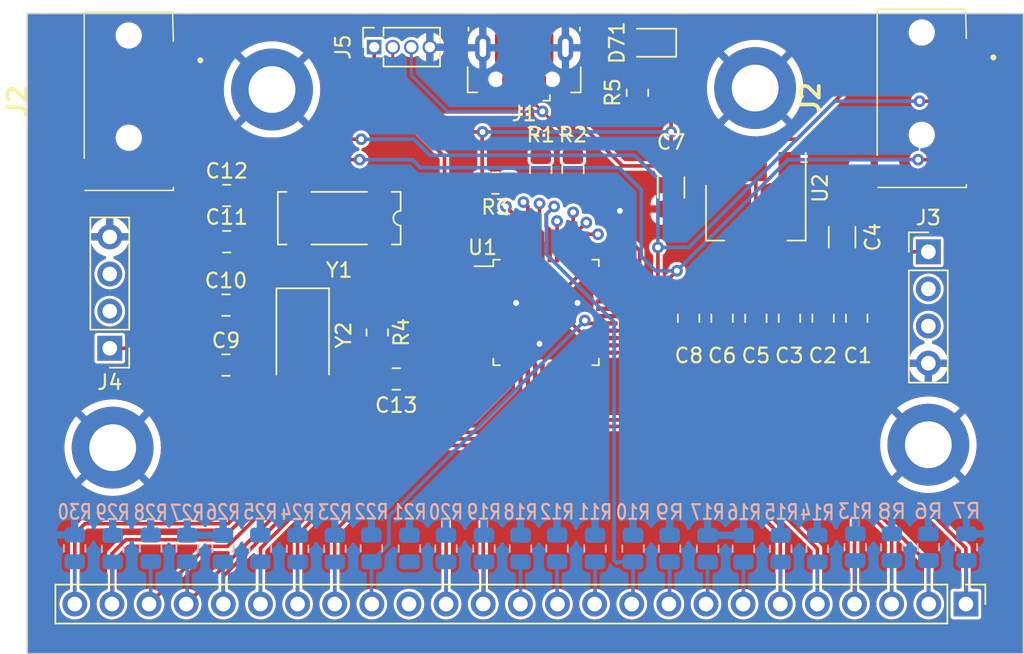
<source format=kicad_pcb>
(kicad_pcb (version 20221018) (generator pcbnew)
  (layers (0 "F.Cu" signal) (31 "B.Cu" signal) (34 "B.Paste" user) (35 "F.Paste" user) (36 "B.SilkS" user "B.Silkscreen") (37 "F.SilkS" user "F.Silkscreen") (38 "B.Mask" user) (39 "F.Mask" user) (44 "Edge.Cuts" user))
  (net 0 "")
  (net 1 "+3.3V")
  (net 2 "GND")
  (net 3 "VBUS")
  (net 4 "OSC_OUT")
  (net 5 "OSC_IN")
  (net 6 "OSC32_OUT")
  (net 7 "OSC32_IN")
  (net 8 "NRST")
  (net 9 "PB15")
  (net 10 "PB14")
  (net 11 "PB13")
  (net 12 "PB12")
  (net 13 "PB11")
  (net 14 "PB10")
  (net 15 "PB9")
  (net 16 "Net-(D71-A)")
  (net 17 "D-")
  (net 18 "D+")
  (net 20 "TX")
  (net 21 "RX")
  (net 22 "BOOT0")
  (net 23 "BOOT1")
  (net 24 "SWIO")
  (net 25 "SWCLK")
  (net 26 "K-DP")
  (net 27 "K-DM")
  (net 28 "PB8")
  (net 29 "PB7")
  (net 30 "PB6")
  (net 31 "PB5")
  (net 32 "PB4")
  (net 33 "PB3")
  (net 34 "PB1")
  (net 35 "PB0")
  (net 36 "PA15")
  (net 37 "PA8")
  (net 38 "PA7")
  (net 39 "PA6")
  (net 41 "PA5")
  (net 42 "PA4")
  (net 43 "PA3")
  (net 44 "PA2")
  (net 45 "PA1")
  (net 46 "PA0")
  (footprint "common:USB_Micro-B_A01SB141B1-245" (layer "F.Cu") (at 265.05 129.85 180)
    (fp_text reference "J1")
    (fp_text value "USB_B_Mini" hide)
  )
  (footprint "Capacitor_SMD:C_1206_3216Metric" (layer "F.Cu") (at 275.1 138.2 -90)
    (fp_text reference "C7")
    (fp_text value "10uF" hide)
  )
  (footprint "common:PJ320D" (layer "F.Cu") (at 292.25 132.1 -90)
    (fp_text reference "J2")
    (fp_text value "UART" hide)
  )
  (footprint "Capacitor_SMD:C_0805_2012Metric" (layer "F.Cu") (at 285.5 147.15 -90)
    (fp_text reference "C2")
    (fp_text value "100nF" hide)
  )
  (footprint "Capacitor_SMD:C_0805_2012Metric" (layer "F.Cu") (at 244.7 141.91)
    (fp_text reference "C11")
    (fp_text value "22pF" hide)
  )
  (footprint "Resistor_SMD:R_0805_2012Metric" (layer "F.Cu") (at 266.1875 137 -90)
    (fp_text reference "R1")
    (fp_text value "20R" hide)
  )
  (footprint "Resistor_SMD:R_0805_2012Metric" (layer "F.Cu") (at 272.8 131.7125 -90)
    (fp_text reference "R5")
    (fp_text value "1K" hide)
  )
  (footprint "MountingHole:MountingHole_3.2mm_M3_DIN965_Pad" (layer "F.Cu") (at 247.8 131.5)
    (fp_text reference "H1" hide)
    (fp_text value "MountingHole" hide)
  )
  (footprint "Capacitor_SMD:C_0805_2012Metric" (layer "F.Cu") (at 278.59 147.15 -90)
    (fp_text reference "C6")
    (fp_text value "10nF" hide)
  )
  (footprint "Resistor_SMD:R_0805_2012Metric" (layer "F.Cu") (at 268.3875 137 -90)
    (fp_text reference "R2")
    (fp_text value "20R" hide)
  )
  (footprint "Connector_PinHeader_2.54mm:PinHeader_1x04_P2.54mm_Vertical" (layer "F.Cu") (at 236.7 149.2 180)
    (fp_text reference "J4")
    (fp_text value "Conn_01x04" hide)
  )
  (footprint "MountingHole:MountingHole_3.2mm_M3_DIN965_Pad" (layer "F.Cu") (at 280.85 131.4)
    (fp_text reference "H2" hide)
    (fp_text value "MountingHole" hide)
  )
  (footprint "Package_TO_SOT_SMD:SOT-223-3_TabPin2" (layer "F.Cu") (at 280.9 139.925 -90)
    (fp_text reference "U2")
    (fp_text value "LD1117S33TR_SOT223" hide)
  )
  (footprint "Capacitor_SMD:C_0805_2012Metric" (layer "F.Cu") (at 283.2 147.15 -90)
    (fp_text reference "C3")
    (fp_text value "100nF" hide)
  )
  (footprint "Resistor_SMD:R_0805_2012Metric" (layer "F.Cu") (at 263.0875 137.9 180)
    (fp_text reference "R3")
    (fp_text value "4.7K" hide)
  )
  (footprint "Crystal:Crystal_SMD_SeikoEpson_MC306-4Pin_8.0x3.2mm" (layer "F.Cu") (at 252.4 140.3 180)
    (fp_text reference "Y1")
    (fp_text value "Crystal_GND23_Small" hide)
  )
  (footprint "Connector_PinSocket_1.27mm:PinSocket_1x04_P1.27mm_Vertical" (layer "F.Cu") (at 254.79 128.6 90)
    (fp_text reference "J5")
    (fp_text value "Conn_01x04_Pin" hide)
  )
  (footprint "common:PJ320D" (layer "F.Cu") (at 238 132.3 -90)
    (fp_text reference "J2")
    (fp_text value "UART" hide)
  )
  (footprint "Capacitor_SMD:C_0805_2012Metric" (layer "F.Cu") (at 244.65 150.35)
    (fp_text reference "C9")
    (fp_text value "22pF" hide)
  )
  (footprint "Capacitor_SMD:C_0805_2012Metric" (layer "F.Cu") (at 276.3 147.15 -90)
    (fp_text reference "C8")
    (fp_text value "1uF" hide)
  )
  (footprint "Capacitor_SMD:C_0805_2012Metric" (layer "F.Cu") (at 287.8 147.15 -90)
    (fp_text reference "C1")
    (fp_text value "100nF" hide)
  )
  (footprint "Capacitor_SMD:C_0805_2012Metric" (layer "F.Cu") (at 244.65 146.25)
    (fp_text reference "C10")
    (fp_text value "22pF" hide)
  )
  (footprint "MountingHole:MountingHole_3.2mm_M3_DIN965_Pad" (layer "F.Cu") (at 292.7 155.8)
    (fp_text reference "H4" hide)
    (fp_text value "MountingHole" hide)
  )
  (footprint "Capacitor_SMD:C_0805_2012Metric" (layer "F.Cu") (at 256.3 151.3)
    (fp_text reference "C13")
    (fp_text value "100nF" hide)
  )
  (footprint "Capacitor_SMD:C_0805_2012Metric" (layer "F.Cu") (at 280.9 147.15 -90)
    (fp_text reference "C5")
    (fp_text value "4.7uF" hide)
  )
  (footprint "Connector_PinHeader_2.54mm:PinHeader_1x25_P2.54mm_Vertical" (layer "F.Cu") (at 295.27 166.7 -90)
    (fp_text reference "J6" hide)
    (fp_text value "Conn_01x25_Pin" hide)
  )
  (footprint "MountingHole:MountingHole_3.2mm_M3_DIN965_Pad" (layer "F.Cu") (at 236.9 156)
    (fp_text reference "H3" hide)
    (fp_text value "MountingHole" hide)
  )
  (footprint "Capacitor_SMD:C_0805_2012Metric" (layer "F.Cu") (at 244.7 138.75)
    (fp_text reference "C12")
    (fp_text value "22pF" hide)
  )
  (footprint "Resistor_SMD:R_0805_2012Metric" (layer "F.Cu") (at 255 148.1125 -90)
    (fp_text reference "R4")
    (fp_text value "R_Small_US" hide)
  )
  (footprint "Connector_PinHeader_2.54mm:PinHeader_1x04_P2.54mm_Vertical" (layer "F.Cu") (at 292.7 142.6)
    (fp_text reference "J3")
    (fp_text value "Conn_01x04" hide)
  )
  (footprint "LED_SMD:LED_0805_2012Metric" (layer "F.Cu") (at 273.7625 128.3 180)
    (fp_text reference "D71")
    (fp_text value "LED" hide)
  )
  (footprint "Crystal:Crystal_SMD_Abracon_ABM3-2Pin_5.0x3.2mm" (layer "F.Cu") (at 249.9 148.3 -90)
    (fp_text reference "Y2")
    (fp_text value "Crystal_Small" hide)
  )
  (footprint "Package_QFP:LQFP-48_7x7mm_P0.5mm" (layer "F.Cu") (at 266.55 146.75)
    (fp_text reference "U1")
    (fp_text value "STM32F103C6T6A" hide)
  )
  (footprint "Capacitor_SMD:C_1206_3216Metric" (layer "F.Cu") (at 286.8 141.6 90)
    (fp_text reference "C4")
    (fp_text value "22uF" hide)
  )
  (footprint "Resistor_SMD:R_0805_2012Metric" (layer "B.Cu") (at 236.9 162.9125 90)
    (fp_text reference "R29")
    (fp_text value "1K" hide)
  )
  (footprint "Resistor_SMD:R_0805_2012Metric" (layer "B.Cu") (at 272.5 162.9 90)
    (fp_text reference "R10")
    (fp_text value "1K" hide)
  )
  (footprint "Resistor_SMD:R_0805_2012Metric" (layer "B.Cu") (at 242 162.9 90)
    (fp_text reference "R27")
    (fp_text value "1K" hide)
  )
  (footprint "Resistor_SMD:R_0805_2012Metric" (layer "B.Cu") (at 234.3 162.8875 90)
    (fp_text reference "R30")
    (fp_text value "1K" hide)
  )
  (footprint "Resistor_SMD:R_0805_2012Metric" (layer "B.Cu") (at 287.7 162.8125 90)
    (fp_text reference "R13")
    (fp_text value "1K" hide)
  )
  (footprint "Resistor_SMD:R_0805_2012Metric" (layer "B.Cu") (at 290.2 162.8125 90)
    (fp_text reference "R8")
    (fp_text value "1K" hide)
  )
  (footprint "Resistor_SMD:R_0805_2012Metric" (layer "B.Cu") (at 282.6 162.9125 90)
    (fp_text reference "R15")
    (fp_text value "1K" hide)
  )
  (footprint "Resistor_SMD:R_0805_2012Metric" (layer "B.Cu") (at 292.7 162.8125 90)
    (fp_text reference "R6")
    (fp_text value "1K" hide)
  )
  (footprint "Resistor_SMD:R_0805_2012Metric" (layer "B.Cu") (at 285.1 162.9125 90)
    (fp_text reference "R14")
    (fp_text value "1K" hide)
  )
  (footprint "Resistor_SMD:R_0805_2012Metric" (layer "B.Cu") (at 267.3 162.8875 90)
    (fp_text reference "R12")
    (fp_text value "1K" hide)
  )
  (footprint "Resistor_SMD:R_0805_2012Metric" (layer "B.Cu") (at 295.3 162.8125 90)
    (fp_text reference "R7")
    (fp_text value "1K" hide)
  )
  (footprint "Resistor_SMD:R_0805_2012Metric" (layer "B.Cu") (at 275 162.9 90)
    (fp_text reference "R9")
    (fp_text value "1K" hide)
  )
  (footprint "Resistor_SMD:R_0805_2012Metric" (layer "B.Cu") (at 269.9 162.9 90)
    (fp_text reference "R11")
    (fp_text value "1K" hide)
  )
  (footprint "Resistor_SMD:R_0805_2012Metric" (layer "B.Cu") (at 254.6 162.8875 90)
    (fp_text reference "R22")
    (fp_text value "1K" hide)
  )
  (footprint "Resistor_SMD:R_0805_2012Metric" (layer "B.Cu") (at 244.45 162.9125 90)
    (fp_text reference "R26")
    (fp_text value "1K" hide)
  )
  (footprint "Resistor_SMD:R_0805_2012Metric" (layer "B.Cu") (at 252.1 162.9125 90)
    (fp_text reference "R23")
    (fp_text value "1K" hide)
  )
  (footprint "Resistor_SMD:R_0805_2012Metric" (layer "B.Cu") (at 257.2 162.9 90)
    (fp_text reference "R21")
    (fp_text value "1K" hide)
  )
  (footprint "Resistor_SMD:R_0805_2012Metric" (layer "B.Cu") (at 247 162.9 90)
    (fp_text reference "R25")
    (fp_text value "1K" hide)
  )
  (footprint "Resistor_SMD:R_0805_2012Metric" (layer "B.Cu") (at 280.05 162.9125 90)
    (fp_text reference "R16")
    (fp_text value "1K" hide)
  )
  (footprint "Resistor_SMD:R_0805_2012Metric" (layer "B.Cu") (at 259.7 162.9 90)
    (fp_text reference "R20")
    (fp_text value "1K" hide)
  )
  (footprint "Resistor_SMD:R_0805_2012Metric" (layer "B.Cu") (at 262.3 162.9 90)
    (fp_text reference "R19")
    (fp_text value "1K" hide)
  )
  (footprint "Resistor_SMD:R_0805_2012Metric" (layer "B.Cu") (at 264.8 162.9 90)
    (fp_text reference "R18")
    (fp_text value "1K" hide)
  )
  (footprint "Resistor_SMD:R_0805_2012Metric" (layer "B.Cu") (at 277.6 162.9125 90)
    (fp_text reference "R17")
    (fp_text value "1K" hide)
  )
  (footprint "Resistor_SMD:R_0805_2012Metric" (layer "B.Cu") (at 249.55 162.9125 90)
    (fp_text reference "R24")
    (fp_text value "1K" hide)
  )
  (footprint "Resistor_SMD:R_0805_2012Metric" (layer "B.Cu") (at 239.5 162.8875 90)
    (fp_text reference "R28")
    (fp_text value "1K" hide)
  )
  (gr_rect (start 231.05 126.3) (end 299.2 170.1) (stroke (width 0.1)) (fill none) (layer "Edge.Cuts"))
  (segment (start 267.25 146.45) (end 266.9 146.1) (width 0.25) (layer "F.Cu") (net 1))
  (segment (start 244 129.5) (end 246 127.5) (width 0.25) (layer "F.Cu") (net 1))
  (segment (start 290.1 142.6) (end 289.625 143.075) (width 0.25) (layer "F.Cu") (net 1))
  (segment (start 259.6 136.1) (end 259.6 138.9) (width 0.25) (layer "F.Cu") (net 1))
  (segment (start 280.9 143.075) (end 280.9 146.2) (width 0.25) (layer "F.Cu") (net 1))
  (segment (start 289.625 143.075) (end 286.8 143.075) (width 0.25) (layer "F.Cu") (net 1))
  (segment (start 281.4 134.9) (end 283.7 134.9) (width 0.25) (layer "F.Cu") (net 1))
  (segment (start 262.9 139.7) (end 263.8 140.6) (width 0.25) (layer "F.Cu") (net 1))
  (segment (start 241.8 146.8) (end 241.8 138.9) (width 0.25) (layer "F.Cu") (net 1))
  (segment (start 285.5 146.2) (end 283.2 146.2) (width 0.25) (layer "F.Cu") (net 1))
  (segment (start 262.3875 144) (end 263.8 144) (width 0.25) (layer "F.Cu") (net 1))
  (segment (start 236.7 149.2) (end 239.4 149.2) (width 0.25) (layer "F.Cu") (net 1))
  (segment (start 280.9 136.775) (end 280.9 143.075) (width 0.25) (layer "F.Cu") (net 1))
  (segment (start 263.8 144) (end 264.8 144) (width 0.25) (layer "F.Cu") (net 1))
  (segment (start 280.9 146.2) (end 278.59 146.2) (width 0.25) (layer "F.Cu") (net 1))
  (segment (start 281.1 135.2) (end 281.4 134.9) (width 0.25) (layer "F.Cu") (net 1))
  (segment (start 239.9 138.1) (end 239.2 137.4) (width 0.25) (layer "F.Cu") (net 1))
  (segment (start 262.3875 148) (end 265 148) (width 0.25) (layer "F.Cu") (net 1))
  (segment (start 266.9 146.1) (end 269 144) (width 0.25) (layer "F.Cu") (net 1))
  (segment (start 292.7 142.6) (end 290.1 142.6) (width 0.25) (layer "F.Cu") (net 1))
  (segment (start 265 148) (end 266.9 146.1) (width 0.25) (layer "F.Cu") (net 1))
  (segment (start 260.4 139.7) (end 262.9 139.7) (width 0.25) (layer "F.Cu") (net 1))
  (segment (start 280.9 136.775) (end 280.9 135.4) (width 0.25) (layer "F.Cu") (net 1))
  (segment (start 239.2 137.4) (end 239.2 129.6) (width 0.25) (layer "F.Cu") (net 1))
  (segment (start 264.8 144) (end 267.25 146.45) (width 0.25) (layer "F.Cu") (net 1))
  (segment (start 259.6 138.9) (end 260.4 139.7) (width 0.25) (layer "F.Cu") (net 1))
  (segment (start 280.9 143.075) (end 286.8 143.075) (width 0.25) (layer "F.Cu") (net 1))
  (segment (start 263.8 140.6) (end 263.8 142.5875) (width 0.25) (layer "F.Cu") (net 1))
  (segment (start 269 144) (end 270.7125 144) (width 0.25) (layer "F.Cu") (net 1))
  (segment (start 269.3 148.5) (end 267.25 146.45) (width 0.25) (layer "F.Cu") (net 1))
  (segment (start 289.3 129.3) (end 283.7 134.9) (width 0.25) (layer "F.Cu") (net 1))
  (segment (start 278.59 146.2) (end 276.3 146.2) (width 0.25) (layer "F.Cu") (net 1))
  (segment (start 241.25 129.5) (end 244 129.5) (width 0.25) (layer "F.Cu") (net 1))
  (segment (start 239.2 129.6) (end 239.3 129.5) (width 0.25) (layer "F.Cu") (net 1))
  (segment (start 269.3 150.9125) (end 269.3 148.5) (width 0.25) (layer "F.Cu") (net 1))
  (segment (start 241 138.1) (end 239.9 138.1) (width 0.25) (layer "F.Cu") (net 1))
  (segment (start 241.8 138.9) (end 241 138.1) (width 0.25) (layer "F.Cu") (net 1))
  (segment (start 287.8 146.2) (end 285.5 146.2) (width 0.25) (layer "F.Cu") (net 1))
  (segment (start 283.2 146.2) (end 280.9 146.2) (width 0.25) (layer "F.Cu") (net 1))
  (segment (start 263.8 142.5875) (end 263.8 144) (width 0.25) (layer "F.Cu") (net 1))
  (segment (start 239.3 129.5) (end 241.25 129.5) (width 0.25) (layer "F.Cu") (net 1))
  (segment (start 251 127.5) (end 259.6 136.1) (width 0.25) (layer "F.Cu") (net 1))
  (segment (start 280.9 135.4) (end 281.1 135.2) (width 0.25) (layer "F.Cu") (net 1))
  (segment (start 295.5 129.3) (end 289.3 129.3) (width 0.25) (layer "F.Cu") (net 1))
  (segment (start 246 127.5) (end 251 127.5) (width 0.25) (layer "F.Cu") (net 1))
  (segment (start 239.4 149.2) (end 241.8 146.8) (width 0.25) (layer "F.Cu") (net 1))
  (segment (start 263.925 128.65) (end 266.175 128.65) (width 0.25) (layer "F.Cu") (net 2))
  (segment (start 266.175 128.65) (end 267.875 128.65) (width 0.25) (layer "F.Cu") (net 2))
  (segment (start 267.875 130.505) (end 268.25 130.88) (width 0.25) (layer "F.Cu") (net 2))
  (segment (start 263.925 128.65) (end 262.225 128.65) (width 0.25) (layer "F.Cu") (net 2))
  (segment (start 262.225 130.505) (end 261.85 130.88) (width 0.25) (layer "F.Cu") (net 2))
  (via (at 271.6 139.8) (size 0.8) (drill 0.4) (layers "F.Cu" "B.Cu") (net 2))
  (via (at 264.5 146.1) (size 0.8) (drill 0.4) (layers "F.Cu" "B.Cu") (net 2))
  (via (at 268.7 146.1) (size 0.8) (drill 0.4) (layers "F.Cu" "B.Cu") (net 2))
  (via (at 266.1 148.9) (size 0.8) (drill 0.4) (layers "F.Cu" "B.Cu") (net 2))
  (segment (start 292.75 155.85) (end 292.7 155.8) (width 0.25) (layer "B.Cu") (net 2))
  (segment (start 274.225 132.625) (end 275.1 133.5) (width 0.25) (layer "F.Cu") (net 3))
  (segment (start 275.1 134.4) (end 275.1 136.725) (width 0.25) (layer "F.Cu") (net 3))
  (segment (start 262.175 137.9) (end 262.175 134.425) (width 0.25) (layer "F.Cu") (net 3))
  (segment (start 278.55 136.725) (end 278.6 136.775) (width 0.25) (layer "F.Cu") (net 3))
  (segment (start 272.8 132.625) (end 274.225 132.625) (width 0.25) (layer "F.Cu") (net 3))
  (segment (start 266.35 131.3) (end 271.775 136.725) (width 0.25) (layer "F.Cu") (net 3))
  (segment (start 275.1 133.5) (end 275.1 134.4) (width 0.25) (layer "F.Cu") (net 3))
  (segment (start 262.175 134.425) (end 262.2 134.4) (width 0.25) (layer "F.Cu") (net 3))
  (segment (start 259 134.4) (end 254.79 130.19) (width 0.25) (layer "F.Cu") (net 3))
  (segment (start 254.79 130.19) (end 254.79 128.6) (width 0.25) (layer "F.Cu") (net 3))
  (segment (start 262.2 134.4) (end 259 134.4) (width 0.25) (layer "F.Cu") (net 3))
  (segment (start 271.775 136.725) (end 275.1 136.725) (width 0.25) (layer "F.Cu") (net 3))
  (segment (start 275.1 136.725) (end 278.55 136.725) (width 0.25) (layer "F.Cu") (net 3))
  (via (at 262.2 134.4) (size 0.8) (drill 0.4) (layers "F.Cu" "B.Cu") (net 3))
  (via (at 275.1 134.4) (size 0.8) (drill 0.4) (layers "F.Cu" "B.Cu") (net 3))
  (segment (start 262.2 134.4) (end 275.1 134.4) (width 0.25) (layer "B.Cu") (net 3))
  (segment (start 253.675 150.35) (end 255 149.025) (width 0.25) (layer "F.Cu") (net 4))
  (segment (start 249.9 150.35) (end 245.6 150.35) (width 0.25) (layer "F.Cu") (net 4))
  (segment (start 262.3875 146.5) (end 259.8 146.5) (width 0.25) (layer "F.Cu") (net 4))
  (segment (start 249.9 150.35) (end 253.675 150.35) (width 0.25) (layer "F.Cu") (net 4))
  (segment (start 259.8 146.5) (end 257.275 149.025) (width 0.25) (layer "F.Cu") (net 4))
  (segment (start 257.275 149.025) (end 255 149.025) (width 0.25) (layer "F.Cu") (net 4))
  (segment (start 254.05 146.25) (end 255 147.2) (width 0.25) (layer "F.Cu") (net 5))
  (segment (start 262.3875 146) (end 258.7 146) (width 0.25) (layer "F.Cu") (net 5))
  (segment (start 258.7 146) (end 257.5 147.2) (width 0.25) (layer "F.Cu") (net 5))
  (segment (start 249.9 146.25) (end 254.05 146.25) (width 0.25) (layer "F.Cu") (net 5))
  (segment (start 257.5 147.2) (end 255 147.2) (width 0.25) (layer "F.Cu") (net 5))
  (segment (start 249.9 146.25) (end 245.6 146.25) (width 0.25) (layer "F.Cu") (net 5))
  (segment (start 256.9 141.9) (end 255.15 141.9) (width 0.25) (layer "F.Cu") (net 6))
  (segment (start 247 141.9) (end 246.8 141.9) (width 0.25) (layer "F.Cu") (net 6))
  (segment (start 260.5 145.5) (end 256.9 141.9) (width 0.25) (layer "F.Cu") (net 6))
  (segment (start 246.8 141.9) (end 246.79 141.91) (width 0.25) (layer "F.Cu") (net 6))
  (segment (start 262.3875 145.5) (end 260.5 145.5) (width 0.25) (layer "F.Cu") (net 6))
  (segment (start 253 141.9) (end 251.2 143.7) (width 0.25) (layer "F.Cu") (net 6))
  (segment (start 255.15 141.9) (end 253 141.9) (width 0.25) (layer "F.Cu") (net 6))
  (segment (start 248.8 143.7) (end 247 141.9) (width 0.25) (layer "F.Cu") (net 6))
  (segment (start 251.2 143.7) (end 248.8 143.7) (width 0.25) (layer "F.Cu") (net 6))
  (segment (start 246.79 141.91) (end 245.65 141.91) (width 0.25) (layer "F.Cu") (net 6))
  (segment (start 245.65 138.75) (end 246.55 138.75) (width 0.25) (layer "F.Cu") (net 7))
  (segment (start 257.6 141.6) (end 257.6 139.5) (width 0.25) (layer "F.Cu") (net 7))
  (segment (start 257.6 139.5) (end 256.8 138.7) (width 0.25) (layer "F.Cu") (net 7))
  (segment (start 250.8 136.8) (end 252.7 138.7) (width 0.25) (layer "F.Cu") (net 7))
  (segment (start 252.7 138.7) (end 255.15 138.7) (width 0.25) (layer "F.Cu") (net 7))
  (segment (start 248.5 136.8) (end 250.8 136.8) (width 0.25) (layer "F.Cu") (net 7))
  (segment (start 262.3875 145) (end 261 145) (width 0.25) (layer "F.Cu") (net 7))
  (segment (start 256.8 138.7) (end 255.15 138.7) (width 0.25) (layer "F.Cu") (net 7))
  (segment (start 261 145) (end 257.6 141.6) (width 0.25) (layer "F.Cu") (net 7))
  (segment (start 246.55 138.75) (end 248.5 136.8) (width 0.25) (layer "F.Cu") (net 7))
  (segment (start 260.4 147) (end 262.3875 147) (width 0.25) (layer "F.Cu") (net 8))
  (segment (start 257.25 150.15) (end 260.4 147) (width 0.25) (layer "F.Cu") (net 8))
  (segment (start 257.25 151.3) (end 257.25 150.15) (width 0.25) (layer "F.Cu") (net 8))
  (segment (start 295.27 166.7) (end 295.27 162.87) (width 0.25) (layer "F.Cu") (net 9))
  (segment (start 276.4 150.7) (end 277.8 152.1) (width 0.25) (layer "F.Cu") (net 9))
  (segment (start 295.27 162.87) (end 292.3 159.9) (width 0.25) (layer "F.Cu") (net 9))
  (segment (start 270.7125 148) (end 273.7 148) (width 0.25) (layer "F.Cu") (net 9))
  (segment (start 292.3 159.9) (end 289.3 159.9) (width 0.25) (layer "F.Cu") (net 9))
  (segment (start 273.7 148) (end 276.4 150.7) (width 0.25) (layer "F.Cu") (net 9))
  (segment (start 277.8 152.1) (end 279.9 152.1) (width 0.25) (layer "F.Cu") (net 9))
  (segment (start 289.3 159.9) (end 281.5 152.1) (width 0.25) (layer "F.Cu") (net 9))
  (segment (start 281.5 152.1) (end 279.9 152.1) (width 0.25) (layer "F.Cu") (net 9))
  (segment (start 295.3 166.67) (end 295.27 166.7) (width 0.25) (layer "B.Cu") (net 9))
  (segment (start 295.3 163.725) (end 295.3 166.67) (width 0.25) (layer "B.Cu") (net 9))
  (segment (start 277.613604 152.55) (end 273.563604 148.5) (width 0.25) (layer "F.Cu") (net 10))
  (segment (start 281.313604 152.55) (end 277.613604 152.55) (width 0.25) (layer "F.Cu") (net 10))
  (segment (start 292.73 166.7) (end 292.73 163.966396) (width 0.25) (layer "F.Cu") (net 10))
  (segment (start 273.563604 148.5) (end 270.7125 148.5) (width 0.25) (layer "F.Cu") (net 10))
  (segment (start 292.73 163.966396) (end 281.313604 152.55) (width 0.25) (layer "F.Cu") (net 10))
  (segment (start 292.7 163.725) (end 292.7 166.67) (width 0.25) (layer "B.Cu") (net 10))
  (segment (start 292.7 166.67) (end 292.73 166.7) (width 0.25) (layer "B.Cu") (net 10))
  (segment (start 276.463604 152.036396) (end 277.427208 153) (width 0.25) (layer "F.Cu") (net 11))
  (segment (start 290.19 166.7) (end 290.19 162.062792) (width 0.25) (layer "F.Cu") (net 11))
  (segment (start 273.427208 149) (end 276.463604 152.036396) (width 0.25) (layer "F.Cu") (net 11))
  (segment (start 281.127208 153) (end 278 153) (width 0.25) (layer "F.Cu") (net 11))
  (segment (start 277.427208 153) (end 278 153) (width 0.25) (layer "F.Cu") (net 11))
  (segment (start 270.7125 149) (end 273.427208 149) (width 0.25) (layer "F.Cu") (net 11))
  (segment (start 278 153) (end 278.9 153) (width 0.25) (layer "F.Cu") (net 11))
  (segment (start 278.9 153) (end 278.3 153) (width 0.25) (layer "F.Cu") (net 11))
  (segment (start 290.19 162.062792) (end 281.127208 153) (width 0.25) (layer "F.Cu") (net 11))
  (segment (start 290.2 166.69) (end 290.19 166.7) (width 0.25) (layer "B.Cu") (net 11))
  (segment (start 290.2 163.725) (end 290.2 166.69) (width 0.25) (layer "B.Cu") (net 11))
  (segment (start 277.240812 153.45) (end 273.290812 149.5) (width 0.25) (layer "F.Cu") (net 12))
  (segment (start 273.290812 149.5) (end 270.7125 149.5) (width 0.25) (layer "F.Cu") (net 12))
  (segment (start 287.65 160.159188) (end 280.940812 153.45) (width 0.25) (layer "F.Cu") (net 12))
  (segment (start 287.65 166.7) (end 287.65 160.159188) (width 0.25) (layer "F.Cu") (net 12))
  (segment (start 280.940812 153.45) (end 277.240812 153.45) (width 0.25) (layer "F.Cu") (net 12))
  (segment (start 287.7 166.65) (end 287.65 166.7) (width 0.25) (layer "B.Cu") (net 12))
  (segment (start 287.7 163.725) (end 287.7 166.65) (width 0.25) (layer "B.Cu") (net 12))
  (segment (start 285.11 162.91) (end 285.11 166.7) (width 0.25) (layer "F.Cu") (net 13))
  (segment (start 268.3 150.9125) (end 268.3 151.717764) (width 0.25) (layer "F.Cu") (net 13))
  (segment (start 270.682236 154.1) (end 276.3 154.1) (width 0.25) (layer "F.Cu") (net 13))
  (segment (start 268.3 151.717764) (end 270.682236 154.1) (width 0.25) (layer "F.Cu") (net 13))
  (segment (start 276.3 154.1) (end 285.11 162.91) (width 0.25) (layer "F.Cu") (net 13))
  (segment (start 285.1 163.825) (end 285.1 166.69) (width 0.25) (layer "B.Cu") (net 13))
  (segment (start 285.1 166.69) (end 285.11 166.7) (width 0.25) (layer "B.Cu") (net 13))
  (segment (start 267.8 151.85416) (end 267.8 150.9125) (width 0.25) (layer "F.Cu") (net 14))
  (segment (start 282.57 166.7) (end 282.57 161.97) (width 0.25) (layer "F.Cu") (net 14))
  (segment (start 275.15 154.55) (end 270.49584 154.55) (width 0.25) (layer "F.Cu") (net 14))
  (segment (start 282.57 161.97) (end 275.15 154.55) (width 0.25) (layer "F.Cu") (net 14))
  (segment (start 270.49584 154.55) (end 267.8 151.85416) (width 0.25) (layer "F.Cu") (net 14))
  (segment (start 282.6 163.825) (end 282.6 166.67) (width 0.25) (layer "B.Cu") (net 14))
  (segment (start 282.6 166.67) (end 282.57 166.7) (width 0.25) (layer "B.Cu") (net 14))
  (segment (start 264.8 142.5875) (end 264.8 140.5) (width 0.25) (layer "F.Cu") (net 15))
  (segment (start 264.8 140.5) (end 263.8 139.5) (width 0.25) (layer "F.Cu") (net 15))
  (via (at 263.8 139.5) (size 0.8) (drill 0.4) (layers "F.Cu" "B.Cu") (net 15))
  (segment (start 280.05 163.825) (end 280.05 166.68) (width 0.25) (layer "B.Cu") (net 15))
  (segment (start 280.05 166.68) (end 280.03 166.7) (width 0.25) (layer "B.Cu") (net 15))
  (segment (start 272.8 128.325) (end 272.825 128.3) (width 0.25) (layer "F.Cu") (net 16))
  (segment (start 272.8 130.8) (end 272.8 128.325) (width 0.25) (layer "F.Cu") (net 16))
  (segment (start 268.3875 135.0875) (end 266.3 133) (width 0.2) (layer "F.Cu") (net 17))
  (segment (start 268.3875 136.0875) (end 268.3875 135.0875) (width 0.2) (layer "F.Cu") (net 17))
  (segment (start 266.3 133) (end 265.7 132.4) (width 0.2) (layer "F.Cu") (net 17))
  (segment (start 265.7 132.4) (end 265.7 131.3) (width 0.2) (layer "F.Cu") (net 17))
  (via (at 266.3 133) (size 0.8) (drill 0.4) (layers "F.Cu" "B.Cu") (net 17))
  (segment (start 266.3 133) (end 259.8 133) (width 0.2) (layer "B.Cu") (net 17))
  (segment (start 257.33 130.53) (end 257.33 128.6) (width 0.2) (layer "B.Cu") (net 17))
  (segment (start 259.8 133) (end 257.33 130.53) (width 0.2) (layer "B.Cu") (net 17))
  (segment (start 259.05 133.45) (end 256.06 130.46) (width 0.2) (layer "F.Cu") (net 18))
  (segment (start 266.2 134.6) (end 265.5 133.9) (width 0.2) (layer "F.Cu") (net 18))
  (segment (start 266.1875 136.0875) (end 266.1875 134.5875) (width 0.2) (layer "F.Cu") (net 18))
  (segment (start 266.1875 134.5875) (end 265.5 133.9) (width 0.2) (layer "F.Cu") (net 18))
  (segment (start 265.05 133.45) (end 265.05 131.3) (width 0.2) (layer "F.Cu") (net 18))
  (segment (start 256.06 130.46) (end 256.06 128.6) (width 0.2) (layer "F.Cu") (net 18))
  (segment (start 265.5 133.9) (end 265.05 133.45) (width 0.2) (layer "F.Cu") (net 18))
  (segment (start 265.05 133.45) (end 259.05 133.45) (width 0.2) (layer "F.Cu") (net 18))
  (segment (start 251.7 136.3) (end 253.8 136.3) (width 0.25) (layer "F.Cu") (net 20))
  (segment (start 241.25 136.5) (end 246.3 136.5) (width 0.25) (layer "F.Cu") (net 20))
  (segment (start 247 135.8) (end 250.9 135.8) (width 0.25) (layer "F.Cu") (net 20))
  (segment (start 272.409188 147) (end 275.5 143.909188) (width 0.25) (layer "F.Cu") (net 20))
  (segment (start 246.3 136.5) (end 247 135.8) (width 0.25) (layer "F.Cu") (net 20))
  (segment (start 270.7125 147) (end 272.409188 147) (width 0.25) (layer "F.Cu") (net 20))
  (segment (start 250.9 135.8) (end 251.2 135.8) (width 0.25) (layer "F.Cu") (net 20))
  (segment (start 295.5 136.3) (end 292 136.3) (width 0.25) (layer "F.Cu") (net 20))
  (segment (start 251.2 135.8) (end 251.7 136.3) (width 0.25) (layer "F.Cu") (net 20))
  (via (at 275.5 143.9) (size 0.8) (drill 0.4) (layers "F.Cu" "B.Cu") (net 20))
  (via (at 253.8 136.3) (size 0.8) (drill 0.4) (layers "F.Cu" "B.Cu") (net 20))
  (via (at 292 136.3) (size 0.8) (drill 0.4) (layers "F.Cu" "B.Cu") (net 20))
  (segment (start 273.069149 142.930851) (end 273.069149 138.369149) (width 0.25) (layer "B.Cu") (net 20))
  (segment (start 292 136.3) (end 283.1 136.3) (width 0.25) (layer "B.Cu") (net 20))
  (segment (start 271.55 136.85) (end 257.95 136.85) (width 0.25) (layer "B.Cu") (net 20))
  (segment (start 283.1 136.3) (end 275.5 143.9) (width 0.25) (layer "B.Cu") (net 20))
  (segment (start 275.5 143.9) (end 274.038299 143.9) (width 0.25) (layer "B.Cu") (net 20))
  (segment (start 273.069149 138.369149) (end 271.55 136.85) (width 0.25) (layer "B.Cu") (net 20))
  (segment (start 257.4 136.3) (end 253.8 136.3) (width 0.25) (layer "B.Cu") (net 20))
  (segment (start 257.95 136.85) (end 257.4 136.3) (width 0.25) (layer "B.Cu") (net 20))
  (segment (start 274.038299 143.9) (end 273.069149 142.930851) (width 0.25) (layer "B.Cu") (net 20))
  (segment (start 272.272792 146.5) (end 274.2 144.572792) (width 0.25) (layer "F.Cu") (net 21))
  (segment (start 245.7 134.9) (end 253.9 134.9) (width 0.25) (layer "F.Cu") (net 21))
  (segment (start 270.7125 146.5) (end 272.272792 146.5) (width 0.25) (layer "F.Cu") (net 21))
  (segment (start 243.3 132.5) (end 245.7 134.9) (width 0.25) (layer "F.Cu") (net 21))
  (segment (start 274.2 144.572792) (end 274.2 142.3) (width 0.25) (layer "F.Cu") (net 21))
  (segment (start 295.5 132.3) (end 292.1 132.3) (width 0.25) (layer "F.Cu") (net 21))
  (segment (start 241.25 132.5) (end 243.3 132.5) (width 0.25) (layer "F.Cu") (net 21))
  (via (at 253.9 134.9) (size 0.8) (drill 0.4) (layers "F.Cu" "B.Cu") (net 21))
  (via (at 292.1 132.3) (size 0.8) (drill 0.4) (layers "F.Cu" "B.Cu") (net 21))
  (via (at 274.2 142.3) (size 0.8) (drill 0.4) (layers "F.Cu" "B.Cu") (net 21))
  (segment (start 274.2 137.6) (end 272.6 136) (width 0.25) (layer "B.Cu") (net 21))
  (segment (start 272.6 136) (end 258.6 136) (width 0.25) (layer "B.Cu") (net 21))
  (segment (start 258.6 136) (end 257.5 134.9) (width 0.25) (layer "B.Cu") (net 21))
  (segment (start 274.2 142.3) (end 276.3 142.3) (width 0.25) (layer "B.Cu") (net 21))
  (segment (start 286.3 132.3) (end 292.1 132.3) (width 0.25) (layer "B.Cu") (net 21))
  (segment (start 276.3 142.3) (end 286.3 132.3) (width 0.25) (layer "B.Cu") (net 21))
  (segment (start 257.5 134.9) (end 253.9 134.9) (width 0.25) (layer "B.Cu") (net 21))
  (segment (start 274.2 142.3) (end 274.2 137.6) (width 0.25) (layer "B.Cu") (net 21))
  (segment (start 267.3 138.1) (end 267.1125 137.9125) (width 0.25) (layer "F.Cu") (net 26))
  (segment (start 272.5 145) (end 272.5 142.7) (width 0.25) (layer "F.Cu") (net 26))
  (segment (start 264 137.9) (end 266.175 137.9) (width 0.25) (layer "F.Cu") (net 26))
  (segment (start 267.781802 138.918198) (end 267.3 138.436396) (width 0.25) (layer "F.Cu") (net 26))
  (segment (start 272 145.5) (end 272.5 145) (width 0.25) (layer "F.Cu") (net 26))
  (segment (start 272.5 142.7) (end 268.718198 138.918198) (width 0.25) (layer "F.Cu") (net 26))
  (segment (start 268.718198 138.918198) (end 267.781802 138.918198) (width 0.25) (layer "F.Cu") (net 26))
  (segment (start 267.1125 137.9125) (end 266.1875 137.9125) (width 0.25) (layer "F.Cu") (net 26))
  (segment (start 270.7125 145.5) (end 272 145.5) (width 0.25) (layer "F.Cu") (net 26))
  (segment (start 267.3 138.436396) (end 267.3 138.1) (width 0.25) (layer "F.Cu") (net 26))
  (segment (start 272.136396 146) (end 270.7125 146) (width 0.25) (layer "F.Cu") (net 27))
  (segment (start 269.9 139.463604) (end 272.95 142.513604) (width 0.25) (layer "F.Cu") (net 27))
  (segment (start 269.5125 137.9125) (end 269.9 138.3) (width 0.25) (layer "F.Cu") (net 27))
  (segment (start 272.95 142.513604) (end 272.95 145.186396) (width 0.25) (layer "F.Cu") (net 27))
  (segment (start 272.95 145.186396) (end 272.136396 146) (width 0.25) (layer "F.Cu") (net 27))
  (segment (start 268.3875 137.9125) (end 269.5125 137.9125) (width 0.25) (layer "F.Cu") (net 27))
  (segment (start 269.9 138.3) (end 269.9 139.463604) (width 0.25) (layer "F.Cu") (net 27))
  (segment (start 265.3 139.5) (end 265 139.2) (width 0.25) (layer "F.Cu") (net 28))
  (segment (start 265.3 142.5875) (end 265.3 139.5) (width 0.25) (layer "F.Cu") (net 28))
  (via (at 265 139.2) (size 0.8) (drill 0.4) (layers "F.Cu" "B.Cu") (net 28))
  (segment (start 277.6 163.825) (end 277.6 166.59) (width 0.25) (layer "B.Cu") (net 28))
  (segment (start 277.6 166.59) (end 277.49 166.7) (width 0.25) (layer "B.Cu") (net 28))
  (segment (start 266.1 141.1) (end 266.1 139.3) (width 0.25) (layer "F.Cu") (net 29))
  (segment (start 266.3 142.5875) (end 266.3 141.3) (width 0.25) (layer "F.Cu") (net 29))
  (segment (start 266.3 141.3) (end 266.1 141.1) (width 0.25) (layer "F.Cu") (net 29))
  (via (at 266.1 139.3) (size 0.8) (drill 0.4) (layers "F.Cu" "B.Cu") (net 29))
  (segment (start 275 166.65) (end 274.95 166.7) (width 0.25) (layer "B.Cu") (net 29))
  (segment (start 275 163.8125) (end 275 166.65) (width 0.25) (layer "B.Cu") (net 29))
  (segment (start 266.8 141.1) (end 266.55 140.85) (width 0.25) (layer "F.Cu") (net 30))
  (segment (start 266.55 140.85) (end 266.55 140.05) (width 0.25) (layer "F.Cu") (net 30))
  (segment (start 266.55 140.05) (end 267.1 139.5) (width 0.25) (layer "F.Cu") (net 30))
  (segment (start 266.8 142.5875) (end 266.8 141.1) (width 0.25) (layer "F.Cu") (net 30))
  (via (at 267.1 139.5) (size 0.8) (drill 0.4) (layers "F.Cu" "B.Cu") (net 30))
  (segment (start 271.2 147.4) (end 271.2 163.7) (width 0.25) (layer "B.Cu") (net 30))
  (segment (start 272.5 163.8125) (end 272.5 166.61) (width 0.25) (layer "B.Cu") (net 30))
  (segment (start 266.575 142.775) (end 271.2 147.4) (width 0.25) (layer "B.Cu") (net 30))
  (segment (start 271.4 163.9) (end 271.4875 163.8125) (width 0.25) (layer "B.Cu") (net 30))
  (segment (start 271.2 163.7) (end 271.4 163.9) (width 0.25) (layer "B.Cu") (net 30))
  (segment (start 266.575 140.025) (end 266.575 142.775) (width 0.25) (layer "B.Cu") (net 30))
  (segment (start 267.1 139.5) (end 266.575 140.025) (width 0.25) (layer "B.Cu") (net 30))
  (segment (start 271.4875 163.8125) (end 272.5 163.8125) (width 0.25) (layer "B.Cu") (net 30))
  (segment (start 272.5 166.61) (end 272.41 166.7) (width 0.25) (layer "B.Cu") (net 30))
  (segment (start 267.3 142.5875) (end 267.3 140.5) (width 0.25) (layer "F.Cu") (net 31))
  (via (at 267.3 140.5) (size 0.8) (drill 0.4) (layers "F.Cu" "B.Cu") (net 31))
  (segment (start 269.9 163.8125) (end 269.9 166.67) (width 0.25) (layer "B.Cu") (net 31))
  (segment (start 269.9 166.67) (end 269.87 166.7) (width 0.25) (layer "B.Cu") (net 31))
  (segment (start 267.8 142.5875) (end 267.8 141.3) (width 0.25) (layer "F.Cu") (net 32))
  (segment (start 267.8 141.3) (end 268.4 140.7) (width 0.25) (layer "F.Cu") (net 32))
  (segment (start 268.4 140.7) (end 268.4 139.9) (width 0.25) (layer "F.Cu") (net 32))
  (via (at 268.4 139.9) (size 0.8) (drill 0.4) (layers "F.Cu" "B.Cu") (net 32))
  (segment (start 267.3 163.8) (end 267.3 166.67) (width 0.25) (layer "B.Cu") (net 32))
  (segment (start 267.3 166.67) (end 267.33 166.7) (width 0.25) (layer "B.Cu") (net 32))
  (segment (start 268.3 142.5875) (end 268.3 141.6) (width 0.25) (layer "F.Cu") (net 33))
  (segment (start 268.3 141.6) (end 269.3 140.6) (width 0.25) (layer "F.Cu") (net 33))
  (via (at 269.3 140.6) (size 0.8) (drill 0.4) (layers "F.Cu" "B.Cu") (net 33))
  (segment (start 264.8 163.8125) (end 264.8 166.69) (width 0.25) (layer "B.Cu") (net 33))
  (segment (start 264.8 166.69) (end 264.79 166.7) (width 0.25) (layer "B.Cu") (net 33))
  (segment (start 262.25 157.168376) (end 262.25 166.7) (width 0.25) (layer "F.Cu") (net 34))
  (segment (start 266.8 150.9125) (end 266.8 152.618376) (width 0.25) (layer "F.Cu") (net 34))
  (segment (start 266.8 152.618376) (end 262.25 157.168376) (width 0.25) (layer "F.Cu") (net 34))
  (segment (start 262.3 166.65) (end 262.25 166.7) (width 0.25) (layer "B.Cu") (net 34))
  (segment (start 262.3 163.8125) (end 262.3 166.65) (width 0.25) (layer "B.Cu") (net 34))
  (segment (start 259.71 159.07198) (end 259.71 166.7) (width 0.25) (layer "F.Cu") (net 35))
  (segment (start 266.3 152.48198) (end 259.71 159.07198) (width 0.25) (layer "F.Cu") (net 35))
  (segment (start 266.3 150.9125) (end 266.3 152.48198) (width 0.25) (layer "F.Cu") (net 35))
  (segment (start 259.7 163.8125) (end 259.7 166.69) (width 0.25) (layer "B.Cu") (net 35))
  (segment (start 259.7 166.69) (end 259.71 166.7) (width 0.25) (layer "B.Cu") (net 35))
  (segment (start 268.8 141.782236) (end 269.182236 141.4) (width 0.25) (layer "F.Cu") (net 36))
  (segment (start 269.182236 141.4) (end 270.1 141.4) (width 0.25) (layer "F.Cu") (net 36))
  (segment (start 268.8 142.5875) (end 268.8 141.782236) (width 0.25) (layer "F.Cu") (net 36))
  (via (at 270.1 141.4) (size 0.8) (drill 0.4) (layers "F.Cu" "B.Cu") (net 36))
  (segment (start 269.4 147.5) (end 269.2 147.3) (width 0.25) (layer "F.Cu") (net 37))
  (segment (start 270.7125 147.5) (end 269.4 147.5) (width 0.25) (layer "F.Cu") (net 37))
  (via (at 269.2 147.3) (size 0.8) (drill 0.4) (layers "F.Cu" "B.Cu") (net 37))
  (segment (start 254.6 163.8) (end 254.6 166.67) (width 0.25) (layer "B.Cu") (net 37))
  (segment (start 254.6 163.8) (end 255.8 162.6) (width 0.25) (layer "B.Cu") (net 37))
  (segment (start 255.8 162.6) (end 255.8 160.7) (width 0.25) (layer "B.Cu") (net 37))
  (segment (start 255.8 160.7) (end 269.2 147.3) (width 0.25) (layer "B.Cu") (net 37))
  (segment (start 254.6 166.67) (end 254.63 166.7) (width 0.25) (layer "B.Cu") (net 37))
  (segment (start 257.95 155.85) (end 262.295584 155.85) (width 0.25) (layer "F.Cu") (net 38))
  (segment (start 252.09 166.7) (end 252.09 161.71) (width 0.25) (layer "F.Cu") (net 38))
  (segment (start 262.295584 155.85) (end 265.8 152.345584) (width 0.25) (layer "F.Cu") (net 38))
  (segment (start 265.8 152.345584) (end 265.8 150.9125) (width 0.25) (layer "F.Cu") (net 38))
  (segment (start 252.09 161.71) (end 257.95 155.85) (width 0.25) (layer "F.Cu") (net 38))
  (segment (start 252.1 163.825) (end 252.1 166.69) (width 0.25) (layer "B.Cu") (net 38))
  (segment (start 252.1 166.69) (end 252.09 166.7) (width 0.25) (layer "B.Cu") (net 38))
  (segment (start 256.1 155.4) (end 262.109188 155.4) (width 0.25) (layer "F.Cu") (net 39))
  (segment (start 265.3 152.209188) (end 265.3 150.9125) (width 0.25) (layer "F.Cu") (net 39))
  (segment (start 249.55 166.7) (end 249.55 161.95) (width 0.25) (layer "F.Cu") (net 39))
  (segment (start 262.109188 155.4) (end 265.3 152.209188) (width 0.25) (layer "F.Cu") (net 39))
  (segment (start 249.55 161.95) (end 256.1 155.4) (width 0.25) (layer "F.Cu") (net 39))
  (segment (start 249.55 163.825) (end 249.55 166.7) (width 0.25) (layer "B.Cu") (net 39))
  (segment (start 247.01 166.7) (end 247.01 162.892792) (width 0.25) (layer "F.Cu") (net 41))
  (segment (start 264.8 152.072792) (end 264.8 150.9125) (width 0.25) (layer "F.Cu") (net 41))
  (segment (start 254.952792 154.95) (end 261.922792 154.95) (width 0.25) (layer "F.Cu") (net 41))
  (segment (start 261.922792 154.95) (end 264.8 152.072792) (width 0.25) (layer "F.Cu") (net 41))
  (segment (start 247.01 162.892792) (end 254.952792 154.95) (width 0.25) (layer "F.Cu") (net 41))
  (segment (start 247 163.8125) (end 247 166.69) (width 0.25) (layer "B.Cu") (net 41))
  (segment (start 247 166.69) (end 247.01 166.7) (width 0.25) (layer "B.Cu") (net 41))
  (segment (start 244.47 166.7) (end 244.47 164.796396) (width 0.25) (layer "F.Cu") (net 42))
  (segment (start 264.3 151.936396) (end 264.3 150.9125) (width 0.25) (layer "F.Cu") (net 42))
  (segment (start 244.47 164.796396) (end 254.766396 154.5) (width 0.25) (layer "F.Cu") (net 42))
  (segment (start 261.736396 154.5) (end 264.3 151.936396) (width 0.25) (layer "F.Cu") (net 42))
  (segment (start 254.766396 154.5) (end 261.736396 154.5) (width 0.25) (layer "F.Cu") (net 42))
  (segment (start 244.45 163.825) (end 244.45 166.68) (width 0.25) (layer "B.Cu") (net 42))
  (segment (start 244.45 166.68) (end 244.47 166.7) (width 0.25) (layer "B.Cu") (net 42))
  (segment (start 261.55 154.05) (end 263.8 151.8) (width 0.25) (layer "F.Cu") (net 43))
  (segment (start 254.58 154.05) (end 261.55 154.05) (width 0.25) (layer "F.Cu") (net 43))
  (segment (start 241.93 166.7) (end 254.58 154.05) (width 0.25) (layer "F.Cu") (net 43))
  (segment (start 263.8 151.8) (end 263.8 150.9125) (width 0.25) (layer "F.Cu") (net 43))
  (segment (start 242 166.63) (end 241.93 166.7) (width 0.25) (layer "B.Cu") (net 43))
  (segment (start 242 163.8125) (end 242 166.63) (width 0.25) (layer "B.Cu") (net 43))
  (segment (start 239.39 166.7) (end 243.34 162.75) (width 0.25) (layer "F.Cu") (net 44))
  (segment (start 261.072792 149.5) (end 262.3875 149.5) (width 0.25) (layer "F.Cu") (net 44))
  (segment (start 259.4 152.872792) (end 259.4 151.172792) (width 0.25) (layer "F.Cu") (net 44))
  (segment (start 259.4 151.172792) (end 261.072792 149.5) (width 0.25) (layer "F.Cu") (net 44))
  (segment (start 243.34 162.75) (end 244.75 162.75) (width 0.25) (layer "F.Cu") (net 44))
  (segment (start 258.672792 153.6) (end 259.4 152.872792) (width 0.25) (layer "F.Cu") (net 44))
  (segment (start 253.9 153.6) (end 258.672792 153.6) (width 0.25) (layer "F.Cu") (net 44))
  (segment (start 244.75 162.75) (end 253.9 153.6) (width 0.25) (layer "F.Cu") (net 44))
  (segment (start 239.5 163.8) (end 239.5 166.59) (width 0.25) (layer "B.Cu") (net 44))
  (segment (start 239.5 166.59) (end 239.39 166.7) (width 0.25) (layer "B.Cu") (net 44))
  (segment (start 258.95 150.986396) (end 260.936396 149) (width 0.25) (layer "F.Cu") (net 45))
  (segment (start 258.95 152.686396) (end 258.95 150.986396) (width 0.25) (layer "F.Cu") (net 45))
  (segment (start 253.486396 153.15) (end 258.486396 153.15) (width 0.25) (layer "F.Cu") (net 45))
  (segment (start 237.8 162.3) (end 244.336396 162.3) (width 0.25) (layer "F.Cu") (net 45))
  (segment (start 244.336396 162.3) (end 253.486396 153.15) (width 0.25) (layer "F.Cu") (net 45))
  (segment (start 236.85 166.7) (end 236.85 163.25) (width 0.25) (layer "F.Cu") (net 45))
  (segment (start 260.936396 149) (end 262.3875 149) (width 0.25) (layer "F.Cu") (net 45))
  (segment (start 258.486396 153.15) (end 258.95 152.686396) (width 0.25) (layer "F.Cu") (net 45))
  (segment (start 236.85 163.25) (end 237.8 162.3) (width 0.25) (layer "F.Cu") (net 45))
  (segment (start 236.9 166.65) (end 236.85 166.7) (width 0.25) (layer "B.Cu") (net 45))
  (segment (start 236.9 163.825) (end 236.9 166.65) (width 0.25) (layer "B.Cu") (net 45))
  (segment (start 234.31 166.7) (end 234.31 161.89) (width 0.25) (layer "F.Cu") (net 46))
  (segment (start 253.3 152.7) (end 258.3 152.7) (width 0.25) (layer "F.Cu") (net 46))
  (segment (start 234.31 161.89) (end 235 161.2) (width 0.25) (layer "F.Cu") (net 46))
  (segment (start 260.8 148.5) (end 262.3875 148.5) (width 0.25) (layer "F.Cu") (net 46))
  (segment (start 258.5 150.8) (end 260.8 148.5) (width 0.25) (layer "F.Cu") (net 46))
  (segment (start 258.3 152.7) (end 258.5 152.5) (width 0.25) (layer "F.Cu") (net 46))
  (segment (start 258.5 152.5) (end 258.5 150.8) (width 0.25) (layer "F.Cu") (net 46))
  (segment (start 244.8 161.2) (end 253.3 152.7) (width 0.25) (layer "F.Cu") (net 46))
  (segment (start 235 161.2) (end 244.8 161.2) (width 0.25) (layer "F.Cu") (net 46))
  (segment (start 234.3 166.69) (end 234.31 166.7) (width 0.25) (layer "B.Cu") (net 46))
  (segment (start 234.3 163.8) (end 234.3 166.69) (width 0.25) (layer "B.Cu") (net 46))
  (zone (net 2) (net_name "GND") (layer "F.Cu") (connect_pads (clearance 0)) (min_thickness 0.25) (fill yes (thermal_gap 0.5) (thermal_bridge_width 0.5))
    (polygon (pts (xy 231.1 126.3) (xy 299.2 126.3) (xy 299.2 170.1) (xy 231.1 170.1)))
  )
  (zone (net 2) (net_name "GND") (layer "B.Cu") (connect_pads (clearance 0)) (min_thickness 0.25) (fill yes (thermal_gap 0.5) (thermal_bridge_width 0.5))
    (polygon (pts (xy 231.1 126.3) (xy 299.2 126.3) (xy 299.2 170.1) (xy 231.1 170.1)))
  )
)
</source>
